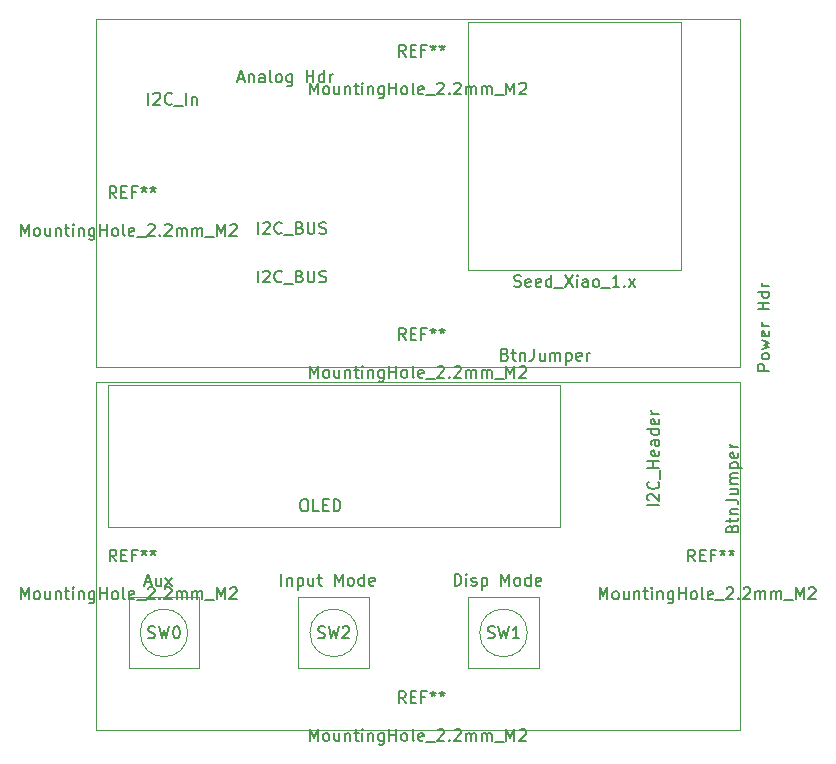
<source format=gbr>
%TF.GenerationSoftware,KiCad,Pcbnew,(5.1.9)-1*%
%TF.CreationDate,2021-03-22T13:16:07-04:00*%
%TF.ProjectId,BitDisplay,42697444-6973-4706-9c61-792e6b696361,rev?*%
%TF.SameCoordinates,Original*%
%TF.FileFunction,Other,Fab,Top*%
%FSLAX46Y46*%
G04 Gerber Fmt 4.6, Leading zero omitted, Abs format (unit mm)*
G04 Created by KiCad (PCBNEW (5.1.9)-1) date 2021-03-22 13:16:07*
%MOMM*%
%LPD*%
G01*
G04 APERTURE LIST*
%TA.AperFunction,Profile*%
%ADD10C,0.100000*%
%TD*%
%ADD11C,0.120000*%
%ADD12C,0.100000*%
%ADD13C,0.150000*%
G04 APERTURE END LIST*
D10*
X100250000Y-110500000D02*
X100250000Y-81000000D01*
X154750000Y-110500000D02*
X100250000Y-110500000D01*
X154750000Y-81000000D02*
X154750000Y-110500000D01*
X100250000Y-81000000D02*
X154750000Y-81000000D01*
X154750000Y-79750000D02*
X154750000Y-50250000D01*
X100250000Y-79750000D02*
X100250000Y-50250000D01*
X100250000Y-79750000D02*
X154750000Y-79750000D01*
X100250000Y-50250000D02*
X154750000Y-50250000D01*
D11*
%TO.C,DS0*%
X101250000Y-81250000D02*
X139500000Y-81250000D01*
X101250000Y-93250000D02*
X101250000Y-81250000D01*
X139500000Y-93250000D02*
X101250000Y-93250000D01*
X139500000Y-81250000D02*
X139500000Y-93250000D01*
%TO.C,A0*%
X131750000Y-71500000D02*
X131750000Y-50500000D01*
X131750000Y-50500000D02*
X149750000Y-50500000D01*
X149750000Y-50500000D02*
X149750000Y-71500000D01*
X149750000Y-71500000D02*
X131750000Y-71500000D01*
D12*
%TO.C,SW0*%
X108015564Y-102250000D02*
G75*
G03*
X108015564Y-102250000I-2015564J0D01*
G01*
X109000000Y-105250000D02*
X106000000Y-105250000D01*
X109000000Y-99250000D02*
X109000000Y-105250000D01*
X103000000Y-99250000D02*
X109000000Y-99250000D01*
X103000000Y-105250000D02*
X103000000Y-99250000D01*
X106000000Y-105250000D02*
X103000000Y-105250000D01*
%TO.C,SW1*%
X134750000Y-105250000D02*
X131750000Y-105250000D01*
X131750000Y-105250000D02*
X131750000Y-99250000D01*
X131750000Y-99250000D02*
X137750000Y-99250000D01*
X137750000Y-99250000D02*
X137750000Y-105250000D01*
X137750000Y-105250000D02*
X134750000Y-105250000D01*
X136765564Y-102250000D02*
G75*
G03*
X136765564Y-102250000I-2015564J0D01*
G01*
%TO.C,SW2*%
X122390564Y-102250000D02*
G75*
G03*
X122390564Y-102250000I-2015564J0D01*
G01*
X123375000Y-105250000D02*
X120375000Y-105250000D01*
X123375000Y-99250000D02*
X123375000Y-105250000D01*
X117375000Y-99250000D02*
X123375000Y-99250000D01*
X117375000Y-105250000D02*
X117375000Y-99250000D01*
X120375000Y-105250000D02*
X117375000Y-105250000D01*
%TD*%
%TO.C,C3*%
D13*
X147932380Y-91452380D02*
X146932380Y-91452380D01*
X147027619Y-91023809D02*
X146980000Y-90976190D01*
X146932380Y-90880952D01*
X146932380Y-90642857D01*
X146980000Y-90547619D01*
X147027619Y-90500000D01*
X147122857Y-90452380D01*
X147218095Y-90452380D01*
X147360952Y-90500000D01*
X147932380Y-91071428D01*
X147932380Y-90452380D01*
X147837142Y-89452380D02*
X147884761Y-89500000D01*
X147932380Y-89642857D01*
X147932380Y-89738095D01*
X147884761Y-89880952D01*
X147789523Y-89976190D01*
X147694285Y-90023809D01*
X147503809Y-90071428D01*
X147360952Y-90071428D01*
X147170476Y-90023809D01*
X147075238Y-89976190D01*
X146980000Y-89880952D01*
X146932380Y-89738095D01*
X146932380Y-89642857D01*
X146980000Y-89500000D01*
X147027619Y-89452380D01*
X148027619Y-89261904D02*
X148027619Y-88500000D01*
X147932380Y-88261904D02*
X146932380Y-88261904D01*
X147408571Y-88261904D02*
X147408571Y-87690476D01*
X147932380Y-87690476D02*
X146932380Y-87690476D01*
X147884761Y-86833333D02*
X147932380Y-86928571D01*
X147932380Y-87119047D01*
X147884761Y-87214285D01*
X147789523Y-87261904D01*
X147408571Y-87261904D01*
X147313333Y-87214285D01*
X147265714Y-87119047D01*
X147265714Y-86928571D01*
X147313333Y-86833333D01*
X147408571Y-86785714D01*
X147503809Y-86785714D01*
X147599047Y-87261904D01*
X147932380Y-85928571D02*
X147408571Y-85928571D01*
X147313333Y-85976190D01*
X147265714Y-86071428D01*
X147265714Y-86261904D01*
X147313333Y-86357142D01*
X147884761Y-85928571D02*
X147932380Y-86023809D01*
X147932380Y-86261904D01*
X147884761Y-86357142D01*
X147789523Y-86404761D01*
X147694285Y-86404761D01*
X147599047Y-86357142D01*
X147551428Y-86261904D01*
X147551428Y-86023809D01*
X147503809Y-85928571D01*
X147932380Y-85023809D02*
X146932380Y-85023809D01*
X147884761Y-85023809D02*
X147932380Y-85119047D01*
X147932380Y-85309523D01*
X147884761Y-85404761D01*
X147837142Y-85452380D01*
X147741904Y-85500000D01*
X147456190Y-85500000D01*
X147360952Y-85452380D01*
X147313333Y-85404761D01*
X147265714Y-85309523D01*
X147265714Y-85119047D01*
X147313333Y-85023809D01*
X147884761Y-84166666D02*
X147932380Y-84261904D01*
X147932380Y-84452380D01*
X147884761Y-84547619D01*
X147789523Y-84595238D01*
X147408571Y-84595238D01*
X147313333Y-84547619D01*
X147265714Y-84452380D01*
X147265714Y-84261904D01*
X147313333Y-84166666D01*
X147408571Y-84119047D01*
X147503809Y-84119047D01*
X147599047Y-84595238D01*
X147932380Y-83690476D02*
X147265714Y-83690476D01*
X147456190Y-83690476D02*
X147360952Y-83642857D01*
X147313333Y-83595238D01*
X147265714Y-83500000D01*
X147265714Y-83404761D01*
%TO.C,REF\u002A\u002A*%
X118380952Y-56652380D02*
X118380952Y-55652380D01*
X118714285Y-56366666D01*
X119047619Y-55652380D01*
X119047619Y-56652380D01*
X119666666Y-56652380D02*
X119571428Y-56604761D01*
X119523809Y-56557142D01*
X119476190Y-56461904D01*
X119476190Y-56176190D01*
X119523809Y-56080952D01*
X119571428Y-56033333D01*
X119666666Y-55985714D01*
X119809523Y-55985714D01*
X119904761Y-56033333D01*
X119952380Y-56080952D01*
X119999999Y-56176190D01*
X119999999Y-56461904D01*
X119952380Y-56557142D01*
X119904761Y-56604761D01*
X119809523Y-56652380D01*
X119666666Y-56652380D01*
X120857142Y-55985714D02*
X120857142Y-56652380D01*
X120428571Y-55985714D02*
X120428571Y-56509523D01*
X120476190Y-56604761D01*
X120571428Y-56652380D01*
X120714285Y-56652380D01*
X120809523Y-56604761D01*
X120857142Y-56557142D01*
X121333333Y-55985714D02*
X121333333Y-56652380D01*
X121333333Y-56080952D02*
X121380952Y-56033333D01*
X121476190Y-55985714D01*
X121619047Y-55985714D01*
X121714285Y-56033333D01*
X121761904Y-56128571D01*
X121761904Y-56652380D01*
X122095238Y-55985714D02*
X122476190Y-55985714D01*
X122238095Y-55652380D02*
X122238095Y-56509523D01*
X122285714Y-56604761D01*
X122380952Y-56652380D01*
X122476190Y-56652380D01*
X122809523Y-56652380D02*
X122809523Y-55985714D01*
X122809523Y-55652380D02*
X122761904Y-55700000D01*
X122809523Y-55747619D01*
X122857142Y-55700000D01*
X122809523Y-55652380D01*
X122809523Y-55747619D01*
X123285714Y-55985714D02*
X123285714Y-56652380D01*
X123285714Y-56080952D02*
X123333333Y-56033333D01*
X123428571Y-55985714D01*
X123571428Y-55985714D01*
X123666666Y-56033333D01*
X123714285Y-56128571D01*
X123714285Y-56652380D01*
X124619047Y-55985714D02*
X124619047Y-56795238D01*
X124571428Y-56890476D01*
X124523809Y-56938095D01*
X124428571Y-56985714D01*
X124285714Y-56985714D01*
X124190476Y-56938095D01*
X124619047Y-56604761D02*
X124523809Y-56652380D01*
X124333333Y-56652380D01*
X124238095Y-56604761D01*
X124190476Y-56557142D01*
X124142857Y-56461904D01*
X124142857Y-56176190D01*
X124190476Y-56080952D01*
X124238095Y-56033333D01*
X124333333Y-55985714D01*
X124523809Y-55985714D01*
X124619047Y-56033333D01*
X125095238Y-56652380D02*
X125095238Y-55652380D01*
X125095238Y-56128571D02*
X125666666Y-56128571D01*
X125666666Y-56652380D02*
X125666666Y-55652380D01*
X126285714Y-56652380D02*
X126190476Y-56604761D01*
X126142857Y-56557142D01*
X126095238Y-56461904D01*
X126095238Y-56176190D01*
X126142857Y-56080952D01*
X126190476Y-56033333D01*
X126285714Y-55985714D01*
X126428571Y-55985714D01*
X126523809Y-56033333D01*
X126571428Y-56080952D01*
X126619047Y-56176190D01*
X126619047Y-56461904D01*
X126571428Y-56557142D01*
X126523809Y-56604761D01*
X126428571Y-56652380D01*
X126285714Y-56652380D01*
X127190476Y-56652380D02*
X127095238Y-56604761D01*
X127047619Y-56509523D01*
X127047619Y-55652380D01*
X127952380Y-56604761D02*
X127857142Y-56652380D01*
X127666666Y-56652380D01*
X127571428Y-56604761D01*
X127523809Y-56509523D01*
X127523809Y-56128571D01*
X127571428Y-56033333D01*
X127666666Y-55985714D01*
X127857142Y-55985714D01*
X127952380Y-56033333D01*
X127999999Y-56128571D01*
X127999999Y-56223809D01*
X127523809Y-56319047D01*
X128190476Y-56747619D02*
X128952380Y-56747619D01*
X129142857Y-55747619D02*
X129190476Y-55700000D01*
X129285714Y-55652380D01*
X129523809Y-55652380D01*
X129619047Y-55700000D01*
X129666666Y-55747619D01*
X129714285Y-55842857D01*
X129714285Y-55938095D01*
X129666666Y-56080952D01*
X129095238Y-56652380D01*
X129714285Y-56652380D01*
X130142857Y-56557142D02*
X130190476Y-56604761D01*
X130142857Y-56652380D01*
X130095238Y-56604761D01*
X130142857Y-56557142D01*
X130142857Y-56652380D01*
X130571428Y-55747619D02*
X130619047Y-55700000D01*
X130714285Y-55652380D01*
X130952380Y-55652380D01*
X131047619Y-55700000D01*
X131095238Y-55747619D01*
X131142857Y-55842857D01*
X131142857Y-55938095D01*
X131095238Y-56080952D01*
X130523809Y-56652380D01*
X131142857Y-56652380D01*
X131571428Y-56652380D02*
X131571428Y-55985714D01*
X131571428Y-56080952D02*
X131619047Y-56033333D01*
X131714285Y-55985714D01*
X131857142Y-55985714D01*
X131952380Y-56033333D01*
X131999999Y-56128571D01*
X131999999Y-56652380D01*
X131999999Y-56128571D02*
X132047619Y-56033333D01*
X132142857Y-55985714D01*
X132285714Y-55985714D01*
X132380952Y-56033333D01*
X132428571Y-56128571D01*
X132428571Y-56652380D01*
X132904761Y-56652380D02*
X132904761Y-55985714D01*
X132904761Y-56080952D02*
X132952380Y-56033333D01*
X133047619Y-55985714D01*
X133190476Y-55985714D01*
X133285714Y-56033333D01*
X133333333Y-56128571D01*
X133333333Y-56652380D01*
X133333333Y-56128571D02*
X133380952Y-56033333D01*
X133476190Y-55985714D01*
X133619047Y-55985714D01*
X133714285Y-56033333D01*
X133761904Y-56128571D01*
X133761904Y-56652380D01*
X133999999Y-56747619D02*
X134761904Y-56747619D01*
X135000000Y-56652380D02*
X135000000Y-55652380D01*
X135333333Y-56366666D01*
X135666666Y-55652380D01*
X135666666Y-56652380D01*
X136095238Y-55747619D02*
X136142857Y-55700000D01*
X136238095Y-55652380D01*
X136476190Y-55652380D01*
X136571428Y-55700000D01*
X136619047Y-55747619D01*
X136666666Y-55842857D01*
X136666666Y-55938095D01*
X136619047Y-56080952D01*
X136047619Y-56652380D01*
X136666666Y-56652380D01*
X126466666Y-53452380D02*
X126133333Y-52976190D01*
X125895238Y-53452380D02*
X125895238Y-52452380D01*
X126276190Y-52452380D01*
X126371428Y-52500000D01*
X126419047Y-52547619D01*
X126466666Y-52642857D01*
X126466666Y-52785714D01*
X126419047Y-52880952D01*
X126371428Y-52928571D01*
X126276190Y-52976190D01*
X125895238Y-52976190D01*
X126895238Y-52928571D02*
X127228571Y-52928571D01*
X127371428Y-53452380D02*
X126895238Y-53452380D01*
X126895238Y-52452380D01*
X127371428Y-52452380D01*
X128133333Y-52928571D02*
X127800000Y-52928571D01*
X127800000Y-53452380D02*
X127800000Y-52452380D01*
X128276190Y-52452380D01*
X128800000Y-52452380D02*
X128800000Y-52690476D01*
X128561904Y-52595238D02*
X128800000Y-52690476D01*
X129038095Y-52595238D01*
X128657142Y-52880952D02*
X128800000Y-52690476D01*
X128942857Y-52880952D01*
X129561904Y-52452380D02*
X129561904Y-52690476D01*
X129323809Y-52595238D02*
X129561904Y-52690476D01*
X129800000Y-52595238D01*
X129419047Y-52880952D02*
X129561904Y-52690476D01*
X129704761Y-52880952D01*
X93880952Y-99402380D02*
X93880952Y-98402380D01*
X94214285Y-99116666D01*
X94547619Y-98402380D01*
X94547619Y-99402380D01*
X95166666Y-99402380D02*
X95071428Y-99354761D01*
X95023809Y-99307142D01*
X94976190Y-99211904D01*
X94976190Y-98926190D01*
X95023809Y-98830952D01*
X95071428Y-98783333D01*
X95166666Y-98735714D01*
X95309523Y-98735714D01*
X95404761Y-98783333D01*
X95452380Y-98830952D01*
X95499999Y-98926190D01*
X95499999Y-99211904D01*
X95452380Y-99307142D01*
X95404761Y-99354761D01*
X95309523Y-99402380D01*
X95166666Y-99402380D01*
X96357142Y-98735714D02*
X96357142Y-99402380D01*
X95928571Y-98735714D02*
X95928571Y-99259523D01*
X95976190Y-99354761D01*
X96071428Y-99402380D01*
X96214285Y-99402380D01*
X96309523Y-99354761D01*
X96357142Y-99307142D01*
X96833333Y-98735714D02*
X96833333Y-99402380D01*
X96833333Y-98830952D02*
X96880952Y-98783333D01*
X96976190Y-98735714D01*
X97119047Y-98735714D01*
X97214285Y-98783333D01*
X97261904Y-98878571D01*
X97261904Y-99402380D01*
X97595238Y-98735714D02*
X97976190Y-98735714D01*
X97738095Y-98402380D02*
X97738095Y-99259523D01*
X97785714Y-99354761D01*
X97880952Y-99402380D01*
X97976190Y-99402380D01*
X98309523Y-99402380D02*
X98309523Y-98735714D01*
X98309523Y-98402380D02*
X98261904Y-98450000D01*
X98309523Y-98497619D01*
X98357142Y-98450000D01*
X98309523Y-98402380D01*
X98309523Y-98497619D01*
X98785714Y-98735714D02*
X98785714Y-99402380D01*
X98785714Y-98830952D02*
X98833333Y-98783333D01*
X98928571Y-98735714D01*
X99071428Y-98735714D01*
X99166666Y-98783333D01*
X99214285Y-98878571D01*
X99214285Y-99402380D01*
X100119047Y-98735714D02*
X100119047Y-99545238D01*
X100071428Y-99640476D01*
X100023809Y-99688095D01*
X99928571Y-99735714D01*
X99785714Y-99735714D01*
X99690476Y-99688095D01*
X100119047Y-99354761D02*
X100023809Y-99402380D01*
X99833333Y-99402380D01*
X99738095Y-99354761D01*
X99690476Y-99307142D01*
X99642857Y-99211904D01*
X99642857Y-98926190D01*
X99690476Y-98830952D01*
X99738095Y-98783333D01*
X99833333Y-98735714D01*
X100023809Y-98735714D01*
X100119047Y-98783333D01*
X100595238Y-99402380D02*
X100595238Y-98402380D01*
X100595238Y-98878571D02*
X101166666Y-98878571D01*
X101166666Y-99402380D02*
X101166666Y-98402380D01*
X101785714Y-99402380D02*
X101690476Y-99354761D01*
X101642857Y-99307142D01*
X101595238Y-99211904D01*
X101595238Y-98926190D01*
X101642857Y-98830952D01*
X101690476Y-98783333D01*
X101785714Y-98735714D01*
X101928571Y-98735714D01*
X102023809Y-98783333D01*
X102071428Y-98830952D01*
X102119047Y-98926190D01*
X102119047Y-99211904D01*
X102071428Y-99307142D01*
X102023809Y-99354761D01*
X101928571Y-99402380D01*
X101785714Y-99402380D01*
X102690476Y-99402380D02*
X102595238Y-99354761D01*
X102547619Y-99259523D01*
X102547619Y-98402380D01*
X103452380Y-99354761D02*
X103357142Y-99402380D01*
X103166666Y-99402380D01*
X103071428Y-99354761D01*
X103023809Y-99259523D01*
X103023809Y-98878571D01*
X103071428Y-98783333D01*
X103166666Y-98735714D01*
X103357142Y-98735714D01*
X103452380Y-98783333D01*
X103499999Y-98878571D01*
X103499999Y-98973809D01*
X103023809Y-99069047D01*
X103690476Y-99497619D02*
X104452380Y-99497619D01*
X104642857Y-98497619D02*
X104690476Y-98450000D01*
X104785714Y-98402380D01*
X105023809Y-98402380D01*
X105119047Y-98450000D01*
X105166666Y-98497619D01*
X105214285Y-98592857D01*
X105214285Y-98688095D01*
X105166666Y-98830952D01*
X104595238Y-99402380D01*
X105214285Y-99402380D01*
X105642857Y-99307142D02*
X105690476Y-99354761D01*
X105642857Y-99402380D01*
X105595238Y-99354761D01*
X105642857Y-99307142D01*
X105642857Y-99402380D01*
X106071428Y-98497619D02*
X106119047Y-98450000D01*
X106214285Y-98402380D01*
X106452380Y-98402380D01*
X106547619Y-98450000D01*
X106595238Y-98497619D01*
X106642857Y-98592857D01*
X106642857Y-98688095D01*
X106595238Y-98830952D01*
X106023809Y-99402380D01*
X106642857Y-99402380D01*
X107071428Y-99402380D02*
X107071428Y-98735714D01*
X107071428Y-98830952D02*
X107119047Y-98783333D01*
X107214285Y-98735714D01*
X107357142Y-98735714D01*
X107452380Y-98783333D01*
X107499999Y-98878571D01*
X107499999Y-99402380D01*
X107499999Y-98878571D02*
X107547619Y-98783333D01*
X107642857Y-98735714D01*
X107785714Y-98735714D01*
X107880952Y-98783333D01*
X107928571Y-98878571D01*
X107928571Y-99402380D01*
X108404761Y-99402380D02*
X108404761Y-98735714D01*
X108404761Y-98830952D02*
X108452380Y-98783333D01*
X108547619Y-98735714D01*
X108690476Y-98735714D01*
X108785714Y-98783333D01*
X108833333Y-98878571D01*
X108833333Y-99402380D01*
X108833333Y-98878571D02*
X108880952Y-98783333D01*
X108976190Y-98735714D01*
X109119047Y-98735714D01*
X109214285Y-98783333D01*
X109261904Y-98878571D01*
X109261904Y-99402380D01*
X109499999Y-99497619D02*
X110261904Y-99497619D01*
X110499999Y-99402380D02*
X110499999Y-98402380D01*
X110833333Y-99116666D01*
X111166666Y-98402380D01*
X111166666Y-99402380D01*
X111595238Y-98497619D02*
X111642857Y-98450000D01*
X111738095Y-98402380D01*
X111976190Y-98402380D01*
X112071428Y-98450000D01*
X112119047Y-98497619D01*
X112166666Y-98592857D01*
X112166666Y-98688095D01*
X112119047Y-98830952D01*
X111547619Y-99402380D01*
X112166666Y-99402380D01*
X101966666Y-96202380D02*
X101633333Y-95726190D01*
X101395238Y-96202380D02*
X101395238Y-95202380D01*
X101776190Y-95202380D01*
X101871428Y-95250000D01*
X101919047Y-95297619D01*
X101966666Y-95392857D01*
X101966666Y-95535714D01*
X101919047Y-95630952D01*
X101871428Y-95678571D01*
X101776190Y-95726190D01*
X101395238Y-95726190D01*
X102395238Y-95678571D02*
X102728571Y-95678571D01*
X102871428Y-96202380D02*
X102395238Y-96202380D01*
X102395238Y-95202380D01*
X102871428Y-95202380D01*
X103633333Y-95678571D02*
X103300000Y-95678571D01*
X103300000Y-96202380D02*
X103300000Y-95202380D01*
X103776190Y-95202380D01*
X104300000Y-95202380D02*
X104300000Y-95440476D01*
X104061904Y-95345238D02*
X104300000Y-95440476D01*
X104538095Y-95345238D01*
X104157142Y-95630952D02*
X104300000Y-95440476D01*
X104442857Y-95630952D01*
X105061904Y-95202380D02*
X105061904Y-95440476D01*
X104823809Y-95345238D02*
X105061904Y-95440476D01*
X105300000Y-95345238D01*
X104919047Y-95630952D02*
X105061904Y-95440476D01*
X105204761Y-95630952D01*
X118380952Y-111402380D02*
X118380952Y-110402380D01*
X118714285Y-111116666D01*
X119047619Y-110402380D01*
X119047619Y-111402380D01*
X119666666Y-111402380D02*
X119571428Y-111354761D01*
X119523809Y-111307142D01*
X119476190Y-111211904D01*
X119476190Y-110926190D01*
X119523809Y-110830952D01*
X119571428Y-110783333D01*
X119666666Y-110735714D01*
X119809523Y-110735714D01*
X119904761Y-110783333D01*
X119952380Y-110830952D01*
X119999999Y-110926190D01*
X119999999Y-111211904D01*
X119952380Y-111307142D01*
X119904761Y-111354761D01*
X119809523Y-111402380D01*
X119666666Y-111402380D01*
X120857142Y-110735714D02*
X120857142Y-111402380D01*
X120428571Y-110735714D02*
X120428571Y-111259523D01*
X120476190Y-111354761D01*
X120571428Y-111402380D01*
X120714285Y-111402380D01*
X120809523Y-111354761D01*
X120857142Y-111307142D01*
X121333333Y-110735714D02*
X121333333Y-111402380D01*
X121333333Y-110830952D02*
X121380952Y-110783333D01*
X121476190Y-110735714D01*
X121619047Y-110735714D01*
X121714285Y-110783333D01*
X121761904Y-110878571D01*
X121761904Y-111402380D01*
X122095238Y-110735714D02*
X122476190Y-110735714D01*
X122238095Y-110402380D02*
X122238095Y-111259523D01*
X122285714Y-111354761D01*
X122380952Y-111402380D01*
X122476190Y-111402380D01*
X122809523Y-111402380D02*
X122809523Y-110735714D01*
X122809523Y-110402380D02*
X122761904Y-110450000D01*
X122809523Y-110497619D01*
X122857142Y-110450000D01*
X122809523Y-110402380D01*
X122809523Y-110497619D01*
X123285714Y-110735714D02*
X123285714Y-111402380D01*
X123285714Y-110830952D02*
X123333333Y-110783333D01*
X123428571Y-110735714D01*
X123571428Y-110735714D01*
X123666666Y-110783333D01*
X123714285Y-110878571D01*
X123714285Y-111402380D01*
X124619047Y-110735714D02*
X124619047Y-111545238D01*
X124571428Y-111640476D01*
X124523809Y-111688095D01*
X124428571Y-111735714D01*
X124285714Y-111735714D01*
X124190476Y-111688095D01*
X124619047Y-111354761D02*
X124523809Y-111402380D01*
X124333333Y-111402380D01*
X124238095Y-111354761D01*
X124190476Y-111307142D01*
X124142857Y-111211904D01*
X124142857Y-110926190D01*
X124190476Y-110830952D01*
X124238095Y-110783333D01*
X124333333Y-110735714D01*
X124523809Y-110735714D01*
X124619047Y-110783333D01*
X125095238Y-111402380D02*
X125095238Y-110402380D01*
X125095238Y-110878571D02*
X125666666Y-110878571D01*
X125666666Y-111402380D02*
X125666666Y-110402380D01*
X126285714Y-111402380D02*
X126190476Y-111354761D01*
X126142857Y-111307142D01*
X126095238Y-111211904D01*
X126095238Y-110926190D01*
X126142857Y-110830952D01*
X126190476Y-110783333D01*
X126285714Y-110735714D01*
X126428571Y-110735714D01*
X126523809Y-110783333D01*
X126571428Y-110830952D01*
X126619047Y-110926190D01*
X126619047Y-111211904D01*
X126571428Y-111307142D01*
X126523809Y-111354761D01*
X126428571Y-111402380D01*
X126285714Y-111402380D01*
X127190476Y-111402380D02*
X127095238Y-111354761D01*
X127047619Y-111259523D01*
X127047619Y-110402380D01*
X127952380Y-111354761D02*
X127857142Y-111402380D01*
X127666666Y-111402380D01*
X127571428Y-111354761D01*
X127523809Y-111259523D01*
X127523809Y-110878571D01*
X127571428Y-110783333D01*
X127666666Y-110735714D01*
X127857142Y-110735714D01*
X127952380Y-110783333D01*
X127999999Y-110878571D01*
X127999999Y-110973809D01*
X127523809Y-111069047D01*
X128190476Y-111497619D02*
X128952380Y-111497619D01*
X129142857Y-110497619D02*
X129190476Y-110450000D01*
X129285714Y-110402380D01*
X129523809Y-110402380D01*
X129619047Y-110450000D01*
X129666666Y-110497619D01*
X129714285Y-110592857D01*
X129714285Y-110688095D01*
X129666666Y-110830952D01*
X129095238Y-111402380D01*
X129714285Y-111402380D01*
X130142857Y-111307142D02*
X130190476Y-111354761D01*
X130142857Y-111402380D01*
X130095238Y-111354761D01*
X130142857Y-111307142D01*
X130142857Y-111402380D01*
X130571428Y-110497619D02*
X130619047Y-110450000D01*
X130714285Y-110402380D01*
X130952380Y-110402380D01*
X131047619Y-110450000D01*
X131095238Y-110497619D01*
X131142857Y-110592857D01*
X131142857Y-110688095D01*
X131095238Y-110830952D01*
X130523809Y-111402380D01*
X131142857Y-111402380D01*
X131571428Y-111402380D02*
X131571428Y-110735714D01*
X131571428Y-110830952D02*
X131619047Y-110783333D01*
X131714285Y-110735714D01*
X131857142Y-110735714D01*
X131952380Y-110783333D01*
X131999999Y-110878571D01*
X131999999Y-111402380D01*
X131999999Y-110878571D02*
X132047619Y-110783333D01*
X132142857Y-110735714D01*
X132285714Y-110735714D01*
X132380952Y-110783333D01*
X132428571Y-110878571D01*
X132428571Y-111402380D01*
X132904761Y-111402380D02*
X132904761Y-110735714D01*
X132904761Y-110830952D02*
X132952380Y-110783333D01*
X133047619Y-110735714D01*
X133190476Y-110735714D01*
X133285714Y-110783333D01*
X133333333Y-110878571D01*
X133333333Y-111402380D01*
X133333333Y-110878571D02*
X133380952Y-110783333D01*
X133476190Y-110735714D01*
X133619047Y-110735714D01*
X133714285Y-110783333D01*
X133761904Y-110878571D01*
X133761904Y-111402380D01*
X133999999Y-111497619D02*
X134761904Y-111497619D01*
X135000000Y-111402380D02*
X135000000Y-110402380D01*
X135333333Y-111116666D01*
X135666666Y-110402380D01*
X135666666Y-111402380D01*
X136095238Y-110497619D02*
X136142857Y-110450000D01*
X136238095Y-110402380D01*
X136476190Y-110402380D01*
X136571428Y-110450000D01*
X136619047Y-110497619D01*
X136666666Y-110592857D01*
X136666666Y-110688095D01*
X136619047Y-110830952D01*
X136047619Y-111402380D01*
X136666666Y-111402380D01*
X126466666Y-108202380D02*
X126133333Y-107726190D01*
X125895238Y-108202380D02*
X125895238Y-107202380D01*
X126276190Y-107202380D01*
X126371428Y-107250000D01*
X126419047Y-107297619D01*
X126466666Y-107392857D01*
X126466666Y-107535714D01*
X126419047Y-107630952D01*
X126371428Y-107678571D01*
X126276190Y-107726190D01*
X125895238Y-107726190D01*
X126895238Y-107678571D02*
X127228571Y-107678571D01*
X127371428Y-108202380D02*
X126895238Y-108202380D01*
X126895238Y-107202380D01*
X127371428Y-107202380D01*
X128133333Y-107678571D02*
X127800000Y-107678571D01*
X127800000Y-108202380D02*
X127800000Y-107202380D01*
X128276190Y-107202380D01*
X128800000Y-107202380D02*
X128800000Y-107440476D01*
X128561904Y-107345238D02*
X128800000Y-107440476D01*
X129038095Y-107345238D01*
X128657142Y-107630952D02*
X128800000Y-107440476D01*
X128942857Y-107630952D01*
X129561904Y-107202380D02*
X129561904Y-107440476D01*
X129323809Y-107345238D02*
X129561904Y-107440476D01*
X129800000Y-107345238D01*
X129419047Y-107630952D02*
X129561904Y-107440476D01*
X129704761Y-107630952D01*
X142880952Y-99402380D02*
X142880952Y-98402380D01*
X143214285Y-99116666D01*
X143547619Y-98402380D01*
X143547619Y-99402380D01*
X144166666Y-99402380D02*
X144071428Y-99354761D01*
X144023809Y-99307142D01*
X143976190Y-99211904D01*
X143976190Y-98926190D01*
X144023809Y-98830952D01*
X144071428Y-98783333D01*
X144166666Y-98735714D01*
X144309523Y-98735714D01*
X144404761Y-98783333D01*
X144452380Y-98830952D01*
X144500000Y-98926190D01*
X144500000Y-99211904D01*
X144452380Y-99307142D01*
X144404761Y-99354761D01*
X144309523Y-99402380D01*
X144166666Y-99402380D01*
X145357142Y-98735714D02*
X145357142Y-99402380D01*
X144928571Y-98735714D02*
X144928571Y-99259523D01*
X144976190Y-99354761D01*
X145071428Y-99402380D01*
X145214285Y-99402380D01*
X145309523Y-99354761D01*
X145357142Y-99307142D01*
X145833333Y-98735714D02*
X145833333Y-99402380D01*
X145833333Y-98830952D02*
X145880952Y-98783333D01*
X145976190Y-98735714D01*
X146119047Y-98735714D01*
X146214285Y-98783333D01*
X146261904Y-98878571D01*
X146261904Y-99402380D01*
X146595238Y-98735714D02*
X146976190Y-98735714D01*
X146738095Y-98402380D02*
X146738095Y-99259523D01*
X146785714Y-99354761D01*
X146880952Y-99402380D01*
X146976190Y-99402380D01*
X147309523Y-99402380D02*
X147309523Y-98735714D01*
X147309523Y-98402380D02*
X147261904Y-98450000D01*
X147309523Y-98497619D01*
X147357142Y-98450000D01*
X147309523Y-98402380D01*
X147309523Y-98497619D01*
X147785714Y-98735714D02*
X147785714Y-99402380D01*
X147785714Y-98830952D02*
X147833333Y-98783333D01*
X147928571Y-98735714D01*
X148071428Y-98735714D01*
X148166666Y-98783333D01*
X148214285Y-98878571D01*
X148214285Y-99402380D01*
X149119047Y-98735714D02*
X149119047Y-99545238D01*
X149071428Y-99640476D01*
X149023809Y-99688095D01*
X148928571Y-99735714D01*
X148785714Y-99735714D01*
X148690476Y-99688095D01*
X149119047Y-99354761D02*
X149023809Y-99402380D01*
X148833333Y-99402380D01*
X148738095Y-99354761D01*
X148690476Y-99307142D01*
X148642857Y-99211904D01*
X148642857Y-98926190D01*
X148690476Y-98830952D01*
X148738095Y-98783333D01*
X148833333Y-98735714D01*
X149023809Y-98735714D01*
X149119047Y-98783333D01*
X149595238Y-99402380D02*
X149595238Y-98402380D01*
X149595238Y-98878571D02*
X150166666Y-98878571D01*
X150166666Y-99402380D02*
X150166666Y-98402380D01*
X150785714Y-99402380D02*
X150690476Y-99354761D01*
X150642857Y-99307142D01*
X150595238Y-99211904D01*
X150595238Y-98926190D01*
X150642857Y-98830952D01*
X150690476Y-98783333D01*
X150785714Y-98735714D01*
X150928571Y-98735714D01*
X151023809Y-98783333D01*
X151071428Y-98830952D01*
X151119047Y-98926190D01*
X151119047Y-99211904D01*
X151071428Y-99307142D01*
X151023809Y-99354761D01*
X150928571Y-99402380D01*
X150785714Y-99402380D01*
X151690476Y-99402380D02*
X151595238Y-99354761D01*
X151547619Y-99259523D01*
X151547619Y-98402380D01*
X152452380Y-99354761D02*
X152357142Y-99402380D01*
X152166666Y-99402380D01*
X152071428Y-99354761D01*
X152023809Y-99259523D01*
X152023809Y-98878571D01*
X152071428Y-98783333D01*
X152166666Y-98735714D01*
X152357142Y-98735714D01*
X152452380Y-98783333D01*
X152500000Y-98878571D01*
X152500000Y-98973809D01*
X152023809Y-99069047D01*
X152690476Y-99497619D02*
X153452380Y-99497619D01*
X153642857Y-98497619D02*
X153690476Y-98450000D01*
X153785714Y-98402380D01*
X154023809Y-98402380D01*
X154119047Y-98450000D01*
X154166666Y-98497619D01*
X154214285Y-98592857D01*
X154214285Y-98688095D01*
X154166666Y-98830952D01*
X153595238Y-99402380D01*
X154214285Y-99402380D01*
X154642857Y-99307142D02*
X154690476Y-99354761D01*
X154642857Y-99402380D01*
X154595238Y-99354761D01*
X154642857Y-99307142D01*
X154642857Y-99402380D01*
X155071428Y-98497619D02*
X155119047Y-98450000D01*
X155214285Y-98402380D01*
X155452380Y-98402380D01*
X155547619Y-98450000D01*
X155595238Y-98497619D01*
X155642857Y-98592857D01*
X155642857Y-98688095D01*
X155595238Y-98830952D01*
X155023809Y-99402380D01*
X155642857Y-99402380D01*
X156071428Y-99402380D02*
X156071428Y-98735714D01*
X156071428Y-98830952D02*
X156119047Y-98783333D01*
X156214285Y-98735714D01*
X156357142Y-98735714D01*
X156452380Y-98783333D01*
X156500000Y-98878571D01*
X156500000Y-99402380D01*
X156500000Y-98878571D02*
X156547619Y-98783333D01*
X156642857Y-98735714D01*
X156785714Y-98735714D01*
X156880952Y-98783333D01*
X156928571Y-98878571D01*
X156928571Y-99402380D01*
X157404761Y-99402380D02*
X157404761Y-98735714D01*
X157404761Y-98830952D02*
X157452380Y-98783333D01*
X157547619Y-98735714D01*
X157690476Y-98735714D01*
X157785714Y-98783333D01*
X157833333Y-98878571D01*
X157833333Y-99402380D01*
X157833333Y-98878571D02*
X157880952Y-98783333D01*
X157976190Y-98735714D01*
X158119047Y-98735714D01*
X158214285Y-98783333D01*
X158261904Y-98878571D01*
X158261904Y-99402380D01*
X158500000Y-99497619D02*
X159261904Y-99497619D01*
X159500000Y-99402380D02*
X159500000Y-98402380D01*
X159833333Y-99116666D01*
X160166666Y-98402380D01*
X160166666Y-99402380D01*
X160595238Y-98497619D02*
X160642857Y-98450000D01*
X160738095Y-98402380D01*
X160976190Y-98402380D01*
X161071428Y-98450000D01*
X161119047Y-98497619D01*
X161166666Y-98592857D01*
X161166666Y-98688095D01*
X161119047Y-98830952D01*
X160547619Y-99402380D01*
X161166666Y-99402380D01*
X150966666Y-96202380D02*
X150633333Y-95726190D01*
X150395238Y-96202380D02*
X150395238Y-95202380D01*
X150776190Y-95202380D01*
X150871428Y-95250000D01*
X150919047Y-95297619D01*
X150966666Y-95392857D01*
X150966666Y-95535714D01*
X150919047Y-95630952D01*
X150871428Y-95678571D01*
X150776190Y-95726190D01*
X150395238Y-95726190D01*
X151395238Y-95678571D02*
X151728571Y-95678571D01*
X151871428Y-96202380D02*
X151395238Y-96202380D01*
X151395238Y-95202380D01*
X151871428Y-95202380D01*
X152633333Y-95678571D02*
X152300000Y-95678571D01*
X152300000Y-96202380D02*
X152300000Y-95202380D01*
X152776190Y-95202380D01*
X153300000Y-95202380D02*
X153300000Y-95440476D01*
X153061904Y-95345238D02*
X153300000Y-95440476D01*
X153538095Y-95345238D01*
X153157142Y-95630952D02*
X153300000Y-95440476D01*
X153442857Y-95630952D01*
X154061904Y-95202380D02*
X154061904Y-95440476D01*
X153823809Y-95345238D02*
X154061904Y-95440476D01*
X154300000Y-95345238D01*
X153919047Y-95630952D02*
X154061904Y-95440476D01*
X154204761Y-95630952D01*
X118380952Y-80652380D02*
X118380952Y-79652380D01*
X118714285Y-80366666D01*
X119047619Y-79652380D01*
X119047619Y-80652380D01*
X119666666Y-80652380D02*
X119571428Y-80604761D01*
X119523809Y-80557142D01*
X119476190Y-80461904D01*
X119476190Y-80176190D01*
X119523809Y-80080952D01*
X119571428Y-80033333D01*
X119666666Y-79985714D01*
X119809523Y-79985714D01*
X119904761Y-80033333D01*
X119952380Y-80080952D01*
X119999999Y-80176190D01*
X119999999Y-80461904D01*
X119952380Y-80557142D01*
X119904761Y-80604761D01*
X119809523Y-80652380D01*
X119666666Y-80652380D01*
X120857142Y-79985714D02*
X120857142Y-80652380D01*
X120428571Y-79985714D02*
X120428571Y-80509523D01*
X120476190Y-80604761D01*
X120571428Y-80652380D01*
X120714285Y-80652380D01*
X120809523Y-80604761D01*
X120857142Y-80557142D01*
X121333333Y-79985714D02*
X121333333Y-80652380D01*
X121333333Y-80080952D02*
X121380952Y-80033333D01*
X121476190Y-79985714D01*
X121619047Y-79985714D01*
X121714285Y-80033333D01*
X121761904Y-80128571D01*
X121761904Y-80652380D01*
X122095238Y-79985714D02*
X122476190Y-79985714D01*
X122238095Y-79652380D02*
X122238095Y-80509523D01*
X122285714Y-80604761D01*
X122380952Y-80652380D01*
X122476190Y-80652380D01*
X122809523Y-80652380D02*
X122809523Y-79985714D01*
X122809523Y-79652380D02*
X122761904Y-79700000D01*
X122809523Y-79747619D01*
X122857142Y-79700000D01*
X122809523Y-79652380D01*
X122809523Y-79747619D01*
X123285714Y-79985714D02*
X123285714Y-80652380D01*
X123285714Y-80080952D02*
X123333333Y-80033333D01*
X123428571Y-79985714D01*
X123571428Y-79985714D01*
X123666666Y-80033333D01*
X123714285Y-80128571D01*
X123714285Y-80652380D01*
X124619047Y-79985714D02*
X124619047Y-80795238D01*
X124571428Y-80890476D01*
X124523809Y-80938095D01*
X124428571Y-80985714D01*
X124285714Y-80985714D01*
X124190476Y-80938095D01*
X124619047Y-80604761D02*
X124523809Y-80652380D01*
X124333333Y-80652380D01*
X124238095Y-80604761D01*
X124190476Y-80557142D01*
X124142857Y-80461904D01*
X124142857Y-80176190D01*
X124190476Y-80080952D01*
X124238095Y-80033333D01*
X124333333Y-79985714D01*
X124523809Y-79985714D01*
X124619047Y-80033333D01*
X125095238Y-80652380D02*
X125095238Y-79652380D01*
X125095238Y-80128571D02*
X125666666Y-80128571D01*
X125666666Y-80652380D02*
X125666666Y-79652380D01*
X126285714Y-80652380D02*
X126190476Y-80604761D01*
X126142857Y-80557142D01*
X126095238Y-80461904D01*
X126095238Y-80176190D01*
X126142857Y-80080952D01*
X126190476Y-80033333D01*
X126285714Y-79985714D01*
X126428571Y-79985714D01*
X126523809Y-80033333D01*
X126571428Y-80080952D01*
X126619047Y-80176190D01*
X126619047Y-80461904D01*
X126571428Y-80557142D01*
X126523809Y-80604761D01*
X126428571Y-80652380D01*
X126285714Y-80652380D01*
X127190476Y-80652380D02*
X127095238Y-80604761D01*
X127047619Y-80509523D01*
X127047619Y-79652380D01*
X127952380Y-80604761D02*
X127857142Y-80652380D01*
X127666666Y-80652380D01*
X127571428Y-80604761D01*
X127523809Y-80509523D01*
X127523809Y-80128571D01*
X127571428Y-80033333D01*
X127666666Y-79985714D01*
X127857142Y-79985714D01*
X127952380Y-80033333D01*
X127999999Y-80128571D01*
X127999999Y-80223809D01*
X127523809Y-80319047D01*
X128190476Y-80747619D02*
X128952380Y-80747619D01*
X129142857Y-79747619D02*
X129190476Y-79700000D01*
X129285714Y-79652380D01*
X129523809Y-79652380D01*
X129619047Y-79700000D01*
X129666666Y-79747619D01*
X129714285Y-79842857D01*
X129714285Y-79938095D01*
X129666666Y-80080952D01*
X129095238Y-80652380D01*
X129714285Y-80652380D01*
X130142857Y-80557142D02*
X130190476Y-80604761D01*
X130142857Y-80652380D01*
X130095238Y-80604761D01*
X130142857Y-80557142D01*
X130142857Y-80652380D01*
X130571428Y-79747619D02*
X130619047Y-79700000D01*
X130714285Y-79652380D01*
X130952380Y-79652380D01*
X131047619Y-79700000D01*
X131095238Y-79747619D01*
X131142857Y-79842857D01*
X131142857Y-79938095D01*
X131095238Y-80080952D01*
X130523809Y-80652380D01*
X131142857Y-80652380D01*
X131571428Y-80652380D02*
X131571428Y-79985714D01*
X131571428Y-80080952D02*
X131619047Y-80033333D01*
X131714285Y-79985714D01*
X131857142Y-79985714D01*
X131952380Y-80033333D01*
X131999999Y-80128571D01*
X131999999Y-80652380D01*
X131999999Y-80128571D02*
X132047619Y-80033333D01*
X132142857Y-79985714D01*
X132285714Y-79985714D01*
X132380952Y-80033333D01*
X132428571Y-80128571D01*
X132428571Y-80652380D01*
X132904761Y-80652380D02*
X132904761Y-79985714D01*
X132904761Y-80080952D02*
X132952380Y-80033333D01*
X133047619Y-79985714D01*
X133190476Y-79985714D01*
X133285714Y-80033333D01*
X133333333Y-80128571D01*
X133333333Y-80652380D01*
X133333333Y-80128571D02*
X133380952Y-80033333D01*
X133476190Y-79985714D01*
X133619047Y-79985714D01*
X133714285Y-80033333D01*
X133761904Y-80128571D01*
X133761904Y-80652380D01*
X133999999Y-80747619D02*
X134761904Y-80747619D01*
X135000000Y-80652380D02*
X135000000Y-79652380D01*
X135333333Y-80366666D01*
X135666666Y-79652380D01*
X135666666Y-80652380D01*
X136095238Y-79747619D02*
X136142857Y-79700000D01*
X136238095Y-79652380D01*
X136476190Y-79652380D01*
X136571428Y-79700000D01*
X136619047Y-79747619D01*
X136666666Y-79842857D01*
X136666666Y-79938095D01*
X136619047Y-80080952D01*
X136047619Y-80652380D01*
X136666666Y-80652380D01*
X126466666Y-77452380D02*
X126133333Y-76976190D01*
X125895238Y-77452380D02*
X125895238Y-76452380D01*
X126276190Y-76452380D01*
X126371428Y-76500000D01*
X126419047Y-76547619D01*
X126466666Y-76642857D01*
X126466666Y-76785714D01*
X126419047Y-76880952D01*
X126371428Y-76928571D01*
X126276190Y-76976190D01*
X125895238Y-76976190D01*
X126895238Y-76928571D02*
X127228571Y-76928571D01*
X127371428Y-77452380D02*
X126895238Y-77452380D01*
X126895238Y-76452380D01*
X127371428Y-76452380D01*
X128133333Y-76928571D02*
X127800000Y-76928571D01*
X127800000Y-77452380D02*
X127800000Y-76452380D01*
X128276190Y-76452380D01*
X128800000Y-76452380D02*
X128800000Y-76690476D01*
X128561904Y-76595238D02*
X128800000Y-76690476D01*
X129038095Y-76595238D01*
X128657142Y-76880952D02*
X128800000Y-76690476D01*
X128942857Y-76880952D01*
X129561904Y-76452380D02*
X129561904Y-76690476D01*
X129323809Y-76595238D02*
X129561904Y-76690476D01*
X129800000Y-76595238D01*
X129419047Y-76880952D02*
X129561904Y-76690476D01*
X129704761Y-76880952D01*
X93880952Y-68652380D02*
X93880952Y-67652380D01*
X94214285Y-68366666D01*
X94547619Y-67652380D01*
X94547619Y-68652380D01*
X95166666Y-68652380D02*
X95071428Y-68604761D01*
X95023809Y-68557142D01*
X94976190Y-68461904D01*
X94976190Y-68176190D01*
X95023809Y-68080952D01*
X95071428Y-68033333D01*
X95166666Y-67985714D01*
X95309523Y-67985714D01*
X95404761Y-68033333D01*
X95452380Y-68080952D01*
X95499999Y-68176190D01*
X95499999Y-68461904D01*
X95452380Y-68557142D01*
X95404761Y-68604761D01*
X95309523Y-68652380D01*
X95166666Y-68652380D01*
X96357142Y-67985714D02*
X96357142Y-68652380D01*
X95928571Y-67985714D02*
X95928571Y-68509523D01*
X95976190Y-68604761D01*
X96071428Y-68652380D01*
X96214285Y-68652380D01*
X96309523Y-68604761D01*
X96357142Y-68557142D01*
X96833333Y-67985714D02*
X96833333Y-68652380D01*
X96833333Y-68080952D02*
X96880952Y-68033333D01*
X96976190Y-67985714D01*
X97119047Y-67985714D01*
X97214285Y-68033333D01*
X97261904Y-68128571D01*
X97261904Y-68652380D01*
X97595238Y-67985714D02*
X97976190Y-67985714D01*
X97738095Y-67652380D02*
X97738095Y-68509523D01*
X97785714Y-68604761D01*
X97880952Y-68652380D01*
X97976190Y-68652380D01*
X98309523Y-68652380D02*
X98309523Y-67985714D01*
X98309523Y-67652380D02*
X98261904Y-67700000D01*
X98309523Y-67747619D01*
X98357142Y-67700000D01*
X98309523Y-67652380D01*
X98309523Y-67747619D01*
X98785714Y-67985714D02*
X98785714Y-68652380D01*
X98785714Y-68080952D02*
X98833333Y-68033333D01*
X98928571Y-67985714D01*
X99071428Y-67985714D01*
X99166666Y-68033333D01*
X99214285Y-68128571D01*
X99214285Y-68652380D01*
X100119047Y-67985714D02*
X100119047Y-68795238D01*
X100071428Y-68890476D01*
X100023809Y-68938095D01*
X99928571Y-68985714D01*
X99785714Y-68985714D01*
X99690476Y-68938095D01*
X100119047Y-68604761D02*
X100023809Y-68652380D01*
X99833333Y-68652380D01*
X99738095Y-68604761D01*
X99690476Y-68557142D01*
X99642857Y-68461904D01*
X99642857Y-68176190D01*
X99690476Y-68080952D01*
X99738095Y-68033333D01*
X99833333Y-67985714D01*
X100023809Y-67985714D01*
X100119047Y-68033333D01*
X100595238Y-68652380D02*
X100595238Y-67652380D01*
X100595238Y-68128571D02*
X101166666Y-68128571D01*
X101166666Y-68652380D02*
X101166666Y-67652380D01*
X101785714Y-68652380D02*
X101690476Y-68604761D01*
X101642857Y-68557142D01*
X101595238Y-68461904D01*
X101595238Y-68176190D01*
X101642857Y-68080952D01*
X101690476Y-68033333D01*
X101785714Y-67985714D01*
X101928571Y-67985714D01*
X102023809Y-68033333D01*
X102071428Y-68080952D01*
X102119047Y-68176190D01*
X102119047Y-68461904D01*
X102071428Y-68557142D01*
X102023809Y-68604761D01*
X101928571Y-68652380D01*
X101785714Y-68652380D01*
X102690476Y-68652380D02*
X102595238Y-68604761D01*
X102547619Y-68509523D01*
X102547619Y-67652380D01*
X103452380Y-68604761D02*
X103357142Y-68652380D01*
X103166666Y-68652380D01*
X103071428Y-68604761D01*
X103023809Y-68509523D01*
X103023809Y-68128571D01*
X103071428Y-68033333D01*
X103166666Y-67985714D01*
X103357142Y-67985714D01*
X103452380Y-68033333D01*
X103499999Y-68128571D01*
X103499999Y-68223809D01*
X103023809Y-68319047D01*
X103690476Y-68747619D02*
X104452380Y-68747619D01*
X104642857Y-67747619D02*
X104690476Y-67700000D01*
X104785714Y-67652380D01*
X105023809Y-67652380D01*
X105119047Y-67700000D01*
X105166666Y-67747619D01*
X105214285Y-67842857D01*
X105214285Y-67938095D01*
X105166666Y-68080952D01*
X104595238Y-68652380D01*
X105214285Y-68652380D01*
X105642857Y-68557142D02*
X105690476Y-68604761D01*
X105642857Y-68652380D01*
X105595238Y-68604761D01*
X105642857Y-68557142D01*
X105642857Y-68652380D01*
X106071428Y-67747619D02*
X106119047Y-67700000D01*
X106214285Y-67652380D01*
X106452380Y-67652380D01*
X106547619Y-67700000D01*
X106595238Y-67747619D01*
X106642857Y-67842857D01*
X106642857Y-67938095D01*
X106595238Y-68080952D01*
X106023809Y-68652380D01*
X106642857Y-68652380D01*
X107071428Y-68652380D02*
X107071428Y-67985714D01*
X107071428Y-68080952D02*
X107119047Y-68033333D01*
X107214285Y-67985714D01*
X107357142Y-67985714D01*
X107452380Y-68033333D01*
X107499999Y-68128571D01*
X107499999Y-68652380D01*
X107499999Y-68128571D02*
X107547619Y-68033333D01*
X107642857Y-67985714D01*
X107785714Y-67985714D01*
X107880952Y-68033333D01*
X107928571Y-68128571D01*
X107928571Y-68652380D01*
X108404761Y-68652380D02*
X108404761Y-67985714D01*
X108404761Y-68080952D02*
X108452380Y-68033333D01*
X108547619Y-67985714D01*
X108690476Y-67985714D01*
X108785714Y-68033333D01*
X108833333Y-68128571D01*
X108833333Y-68652380D01*
X108833333Y-68128571D02*
X108880952Y-68033333D01*
X108976190Y-67985714D01*
X109119047Y-67985714D01*
X109214285Y-68033333D01*
X109261904Y-68128571D01*
X109261904Y-68652380D01*
X109499999Y-68747619D02*
X110261904Y-68747619D01*
X110499999Y-68652380D02*
X110499999Y-67652380D01*
X110833333Y-68366666D01*
X111166666Y-67652380D01*
X111166666Y-68652380D01*
X111595238Y-67747619D02*
X111642857Y-67700000D01*
X111738095Y-67652380D01*
X111976190Y-67652380D01*
X112071428Y-67700000D01*
X112119047Y-67747619D01*
X112166666Y-67842857D01*
X112166666Y-67938095D01*
X112119047Y-68080952D01*
X111547619Y-68652380D01*
X112166666Y-68652380D01*
X101966666Y-65452380D02*
X101633333Y-64976190D01*
X101395238Y-65452380D02*
X101395238Y-64452380D01*
X101776190Y-64452380D01*
X101871428Y-64500000D01*
X101919047Y-64547619D01*
X101966666Y-64642857D01*
X101966666Y-64785714D01*
X101919047Y-64880952D01*
X101871428Y-64928571D01*
X101776190Y-64976190D01*
X101395238Y-64976190D01*
X102395238Y-64928571D02*
X102728571Y-64928571D01*
X102871428Y-65452380D02*
X102395238Y-65452380D01*
X102395238Y-64452380D01*
X102871428Y-64452380D01*
X103633333Y-64928571D02*
X103300000Y-64928571D01*
X103300000Y-65452380D02*
X103300000Y-64452380D01*
X103776190Y-64452380D01*
X104300000Y-64452380D02*
X104300000Y-64690476D01*
X104061904Y-64595238D02*
X104300000Y-64690476D01*
X104538095Y-64595238D01*
X104157142Y-64880952D02*
X104300000Y-64690476D01*
X104442857Y-64880952D01*
X105061904Y-64452380D02*
X105061904Y-64690476D01*
X104823809Y-64595238D02*
X105061904Y-64690476D01*
X105300000Y-64595238D01*
X104919047Y-64880952D02*
X105061904Y-64690476D01*
X105204761Y-64880952D01*
%TO.C,DS0*%
X117797619Y-90952380D02*
X117988095Y-90952380D01*
X118083333Y-91000000D01*
X118178571Y-91095238D01*
X118226190Y-91285714D01*
X118226190Y-91619047D01*
X118178571Y-91809523D01*
X118083333Y-91904761D01*
X117988095Y-91952380D01*
X117797619Y-91952380D01*
X117702380Y-91904761D01*
X117607142Y-91809523D01*
X117559523Y-91619047D01*
X117559523Y-91285714D01*
X117607142Y-91095238D01*
X117702380Y-91000000D01*
X117797619Y-90952380D01*
X119130952Y-91952380D02*
X118654761Y-91952380D01*
X118654761Y-90952380D01*
X119464285Y-91428571D02*
X119797619Y-91428571D01*
X119940476Y-91952380D02*
X119464285Y-91952380D01*
X119464285Y-90952380D01*
X119940476Y-90952380D01*
X120369047Y-91952380D02*
X120369047Y-90952380D01*
X120607142Y-90952380D01*
X120750000Y-91000000D01*
X120845238Y-91095238D01*
X120892857Y-91190476D01*
X120940476Y-91380952D01*
X120940476Y-91523809D01*
X120892857Y-91714285D01*
X120845238Y-91809523D01*
X120750000Y-91904761D01*
X120607142Y-91952380D01*
X120369047Y-91952380D01*
%TO.C,JP1*%
X154103571Y-93417142D02*
X154151190Y-93274285D01*
X154198809Y-93226666D01*
X154294047Y-93179047D01*
X154436904Y-93179047D01*
X154532142Y-93226666D01*
X154579761Y-93274285D01*
X154627380Y-93369523D01*
X154627380Y-93750476D01*
X153627380Y-93750476D01*
X153627380Y-93417142D01*
X153675000Y-93321904D01*
X153722619Y-93274285D01*
X153817857Y-93226666D01*
X153913095Y-93226666D01*
X154008333Y-93274285D01*
X154055952Y-93321904D01*
X154103571Y-93417142D01*
X154103571Y-93750476D01*
X153960714Y-92893333D02*
X153960714Y-92512380D01*
X153627380Y-92750476D02*
X154484523Y-92750476D01*
X154579761Y-92702857D01*
X154627380Y-92607619D01*
X154627380Y-92512380D01*
X153960714Y-92179047D02*
X154627380Y-92179047D01*
X154055952Y-92179047D02*
X154008333Y-92131428D01*
X153960714Y-92036190D01*
X153960714Y-91893333D01*
X154008333Y-91798095D01*
X154103571Y-91750476D01*
X154627380Y-91750476D01*
X153627380Y-90988571D02*
X154341666Y-90988571D01*
X154484523Y-91036190D01*
X154579761Y-91131428D01*
X154627380Y-91274285D01*
X154627380Y-91369523D01*
X153960714Y-90083809D02*
X154627380Y-90083809D01*
X153960714Y-90512380D02*
X154484523Y-90512380D01*
X154579761Y-90464761D01*
X154627380Y-90369523D01*
X154627380Y-90226666D01*
X154579761Y-90131428D01*
X154532142Y-90083809D01*
X154627380Y-89607619D02*
X153960714Y-89607619D01*
X154055952Y-89607619D02*
X154008333Y-89560000D01*
X153960714Y-89464761D01*
X153960714Y-89321904D01*
X154008333Y-89226666D01*
X154103571Y-89179047D01*
X154627380Y-89179047D01*
X154103571Y-89179047D02*
X154008333Y-89131428D01*
X153960714Y-89036190D01*
X153960714Y-88893333D01*
X154008333Y-88798095D01*
X154103571Y-88750476D01*
X154627380Y-88750476D01*
X153960714Y-88274285D02*
X154960714Y-88274285D01*
X154008333Y-88274285D02*
X153960714Y-88179047D01*
X153960714Y-87988571D01*
X154008333Y-87893333D01*
X154055952Y-87845714D01*
X154151190Y-87798095D01*
X154436904Y-87798095D01*
X154532142Y-87845714D01*
X154579761Y-87893333D01*
X154627380Y-87988571D01*
X154627380Y-88179047D01*
X154579761Y-88274285D01*
X154579761Y-86988571D02*
X154627380Y-87083809D01*
X154627380Y-87274285D01*
X154579761Y-87369523D01*
X154484523Y-87417142D01*
X154103571Y-87417142D01*
X154008333Y-87369523D01*
X153960714Y-87274285D01*
X153960714Y-87083809D01*
X154008333Y-86988571D01*
X154103571Y-86940952D01*
X154198809Y-86940952D01*
X154294047Y-87417142D01*
X154627380Y-86512380D02*
X153960714Y-86512380D01*
X154151190Y-86512380D02*
X154055952Y-86464761D01*
X154008333Y-86417142D01*
X153960714Y-86321904D01*
X153960714Y-86226666D01*
%TO.C,C3*%
X104682380Y-57532380D02*
X104682380Y-56532380D01*
X105110952Y-56627619D02*
X105158571Y-56580000D01*
X105253809Y-56532380D01*
X105491904Y-56532380D01*
X105587142Y-56580000D01*
X105634761Y-56627619D01*
X105682380Y-56722857D01*
X105682380Y-56818095D01*
X105634761Y-56960952D01*
X105063333Y-57532380D01*
X105682380Y-57532380D01*
X106682380Y-57437142D02*
X106634761Y-57484761D01*
X106491904Y-57532380D01*
X106396666Y-57532380D01*
X106253809Y-57484761D01*
X106158571Y-57389523D01*
X106110952Y-57294285D01*
X106063333Y-57103809D01*
X106063333Y-56960952D01*
X106110952Y-56770476D01*
X106158571Y-56675238D01*
X106253809Y-56580000D01*
X106396666Y-56532380D01*
X106491904Y-56532380D01*
X106634761Y-56580000D01*
X106682380Y-56627619D01*
X106872857Y-57627619D02*
X107634761Y-57627619D01*
X107872857Y-57532380D02*
X107872857Y-56532380D01*
X108349047Y-56865714D02*
X108349047Y-57532380D01*
X108349047Y-56960952D02*
X108396666Y-56913333D01*
X108491904Y-56865714D01*
X108634761Y-56865714D01*
X108730000Y-56913333D01*
X108777619Y-57008571D01*
X108777619Y-57532380D01*
%TO.C,C2*%
X113972857Y-68482380D02*
X113972857Y-67482380D01*
X114401428Y-67577619D02*
X114449047Y-67530000D01*
X114544285Y-67482380D01*
X114782380Y-67482380D01*
X114877619Y-67530000D01*
X114925238Y-67577619D01*
X114972857Y-67672857D01*
X114972857Y-67768095D01*
X114925238Y-67910952D01*
X114353809Y-68482380D01*
X114972857Y-68482380D01*
X115972857Y-68387142D02*
X115925238Y-68434761D01*
X115782380Y-68482380D01*
X115687142Y-68482380D01*
X115544285Y-68434761D01*
X115449047Y-68339523D01*
X115401428Y-68244285D01*
X115353809Y-68053809D01*
X115353809Y-67910952D01*
X115401428Y-67720476D01*
X115449047Y-67625238D01*
X115544285Y-67530000D01*
X115687142Y-67482380D01*
X115782380Y-67482380D01*
X115925238Y-67530000D01*
X115972857Y-67577619D01*
X116163333Y-68577619D02*
X116925238Y-68577619D01*
X117496666Y-67958571D02*
X117639523Y-68006190D01*
X117687142Y-68053809D01*
X117734761Y-68149047D01*
X117734761Y-68291904D01*
X117687142Y-68387142D01*
X117639523Y-68434761D01*
X117544285Y-68482380D01*
X117163333Y-68482380D01*
X117163333Y-67482380D01*
X117496666Y-67482380D01*
X117591904Y-67530000D01*
X117639523Y-67577619D01*
X117687142Y-67672857D01*
X117687142Y-67768095D01*
X117639523Y-67863333D01*
X117591904Y-67910952D01*
X117496666Y-67958571D01*
X117163333Y-67958571D01*
X118163333Y-67482380D02*
X118163333Y-68291904D01*
X118210952Y-68387142D01*
X118258571Y-68434761D01*
X118353809Y-68482380D01*
X118544285Y-68482380D01*
X118639523Y-68434761D01*
X118687142Y-68387142D01*
X118734761Y-68291904D01*
X118734761Y-67482380D01*
X119163333Y-68434761D02*
X119306190Y-68482380D01*
X119544285Y-68482380D01*
X119639523Y-68434761D01*
X119687142Y-68387142D01*
X119734761Y-68291904D01*
X119734761Y-68196666D01*
X119687142Y-68101428D01*
X119639523Y-68053809D01*
X119544285Y-68006190D01*
X119353809Y-67958571D01*
X119258571Y-67910952D01*
X119210952Y-67863333D01*
X119163333Y-67768095D01*
X119163333Y-67672857D01*
X119210952Y-67577619D01*
X119258571Y-67530000D01*
X119353809Y-67482380D01*
X119591904Y-67482380D01*
X119734761Y-67530000D01*
X113972857Y-72582380D02*
X113972857Y-71582380D01*
X114401428Y-71677619D02*
X114449047Y-71630000D01*
X114544285Y-71582380D01*
X114782380Y-71582380D01*
X114877619Y-71630000D01*
X114925238Y-71677619D01*
X114972857Y-71772857D01*
X114972857Y-71868095D01*
X114925238Y-72010952D01*
X114353809Y-72582380D01*
X114972857Y-72582380D01*
X115972857Y-72487142D02*
X115925238Y-72534761D01*
X115782380Y-72582380D01*
X115687142Y-72582380D01*
X115544285Y-72534761D01*
X115449047Y-72439523D01*
X115401428Y-72344285D01*
X115353809Y-72153809D01*
X115353809Y-72010952D01*
X115401428Y-71820476D01*
X115449047Y-71725238D01*
X115544285Y-71630000D01*
X115687142Y-71582380D01*
X115782380Y-71582380D01*
X115925238Y-71630000D01*
X115972857Y-71677619D01*
X116163333Y-72677619D02*
X116925238Y-72677619D01*
X117496666Y-72058571D02*
X117639523Y-72106190D01*
X117687142Y-72153809D01*
X117734761Y-72249047D01*
X117734761Y-72391904D01*
X117687142Y-72487142D01*
X117639523Y-72534761D01*
X117544285Y-72582380D01*
X117163333Y-72582380D01*
X117163333Y-71582380D01*
X117496666Y-71582380D01*
X117591904Y-71630000D01*
X117639523Y-71677619D01*
X117687142Y-71772857D01*
X117687142Y-71868095D01*
X117639523Y-71963333D01*
X117591904Y-72010952D01*
X117496666Y-72058571D01*
X117163333Y-72058571D01*
X118163333Y-71582380D02*
X118163333Y-72391904D01*
X118210952Y-72487142D01*
X118258571Y-72534761D01*
X118353809Y-72582380D01*
X118544285Y-72582380D01*
X118639523Y-72534761D01*
X118687142Y-72487142D01*
X118734761Y-72391904D01*
X118734761Y-71582380D01*
X119163333Y-72534761D02*
X119306190Y-72582380D01*
X119544285Y-72582380D01*
X119639523Y-72534761D01*
X119687142Y-72487142D01*
X119734761Y-72391904D01*
X119734761Y-72296666D01*
X119687142Y-72201428D01*
X119639523Y-72153809D01*
X119544285Y-72106190D01*
X119353809Y-72058571D01*
X119258571Y-72010952D01*
X119210952Y-71963333D01*
X119163333Y-71868095D01*
X119163333Y-71772857D01*
X119210952Y-71677619D01*
X119258571Y-71630000D01*
X119353809Y-71582380D01*
X119591904Y-71582380D01*
X119734761Y-71630000D01*
%TO.C,JP0*%
X134892857Y-78678571D02*
X135035714Y-78726190D01*
X135083333Y-78773809D01*
X135130952Y-78869047D01*
X135130952Y-79011904D01*
X135083333Y-79107142D01*
X135035714Y-79154761D01*
X134940476Y-79202380D01*
X134559523Y-79202380D01*
X134559523Y-78202380D01*
X134892857Y-78202380D01*
X134988095Y-78250000D01*
X135035714Y-78297619D01*
X135083333Y-78392857D01*
X135083333Y-78488095D01*
X135035714Y-78583333D01*
X134988095Y-78630952D01*
X134892857Y-78678571D01*
X134559523Y-78678571D01*
X135416666Y-78535714D02*
X135797619Y-78535714D01*
X135559523Y-78202380D02*
X135559523Y-79059523D01*
X135607142Y-79154761D01*
X135702380Y-79202380D01*
X135797619Y-79202380D01*
X136130952Y-78535714D02*
X136130952Y-79202380D01*
X136130952Y-78630952D02*
X136178571Y-78583333D01*
X136273809Y-78535714D01*
X136416666Y-78535714D01*
X136511904Y-78583333D01*
X136559523Y-78678571D01*
X136559523Y-79202380D01*
X137321428Y-78202380D02*
X137321428Y-78916666D01*
X137273809Y-79059523D01*
X137178571Y-79154761D01*
X137035714Y-79202380D01*
X136940476Y-79202380D01*
X138226190Y-78535714D02*
X138226190Y-79202380D01*
X137797619Y-78535714D02*
X137797619Y-79059523D01*
X137845238Y-79154761D01*
X137940476Y-79202380D01*
X138083333Y-79202380D01*
X138178571Y-79154761D01*
X138226190Y-79107142D01*
X138702380Y-79202380D02*
X138702380Y-78535714D01*
X138702380Y-78630952D02*
X138750000Y-78583333D01*
X138845238Y-78535714D01*
X138988095Y-78535714D01*
X139083333Y-78583333D01*
X139130952Y-78678571D01*
X139130952Y-79202380D01*
X139130952Y-78678571D02*
X139178571Y-78583333D01*
X139273809Y-78535714D01*
X139416666Y-78535714D01*
X139511904Y-78583333D01*
X139559523Y-78678571D01*
X139559523Y-79202380D01*
X140035714Y-78535714D02*
X140035714Y-79535714D01*
X140035714Y-78583333D02*
X140130952Y-78535714D01*
X140321428Y-78535714D01*
X140416666Y-78583333D01*
X140464285Y-78630952D01*
X140511904Y-78726190D01*
X140511904Y-79011904D01*
X140464285Y-79107142D01*
X140416666Y-79154761D01*
X140321428Y-79202380D01*
X140130952Y-79202380D01*
X140035714Y-79154761D01*
X141321428Y-79154761D02*
X141226190Y-79202380D01*
X141035714Y-79202380D01*
X140940476Y-79154761D01*
X140892857Y-79059523D01*
X140892857Y-78678571D01*
X140940476Y-78583333D01*
X141035714Y-78535714D01*
X141226190Y-78535714D01*
X141321428Y-78583333D01*
X141369047Y-78678571D01*
X141369047Y-78773809D01*
X140892857Y-78869047D01*
X141797619Y-79202380D02*
X141797619Y-78535714D01*
X141797619Y-78726190D02*
X141845238Y-78630952D01*
X141892857Y-78583333D01*
X141988095Y-78535714D01*
X142083333Y-78535714D01*
%TO.C,A0*%
X135654761Y-72904761D02*
X135797619Y-72952380D01*
X136035714Y-72952380D01*
X136130952Y-72904761D01*
X136178571Y-72857142D01*
X136226190Y-72761904D01*
X136226190Y-72666666D01*
X136178571Y-72571428D01*
X136130952Y-72523809D01*
X136035714Y-72476190D01*
X135845238Y-72428571D01*
X135750000Y-72380952D01*
X135702380Y-72333333D01*
X135654761Y-72238095D01*
X135654761Y-72142857D01*
X135702380Y-72047619D01*
X135750000Y-72000000D01*
X135845238Y-71952380D01*
X136083333Y-71952380D01*
X136226190Y-72000000D01*
X137035714Y-72904761D02*
X136940476Y-72952380D01*
X136750000Y-72952380D01*
X136654761Y-72904761D01*
X136607142Y-72809523D01*
X136607142Y-72428571D01*
X136654761Y-72333333D01*
X136750000Y-72285714D01*
X136940476Y-72285714D01*
X137035714Y-72333333D01*
X137083333Y-72428571D01*
X137083333Y-72523809D01*
X136607142Y-72619047D01*
X137892857Y-72904761D02*
X137797619Y-72952380D01*
X137607142Y-72952380D01*
X137511904Y-72904761D01*
X137464285Y-72809523D01*
X137464285Y-72428571D01*
X137511904Y-72333333D01*
X137607142Y-72285714D01*
X137797619Y-72285714D01*
X137892857Y-72333333D01*
X137940476Y-72428571D01*
X137940476Y-72523809D01*
X137464285Y-72619047D01*
X138797619Y-72952380D02*
X138797619Y-71952380D01*
X138797619Y-72904761D02*
X138702380Y-72952380D01*
X138511904Y-72952380D01*
X138416666Y-72904761D01*
X138369047Y-72857142D01*
X138321428Y-72761904D01*
X138321428Y-72476190D01*
X138369047Y-72380952D01*
X138416666Y-72333333D01*
X138511904Y-72285714D01*
X138702380Y-72285714D01*
X138797619Y-72333333D01*
X139035714Y-73047619D02*
X139797619Y-73047619D01*
X139940476Y-71952380D02*
X140607142Y-72952380D01*
X140607142Y-71952380D02*
X139940476Y-72952380D01*
X140988095Y-72952380D02*
X140988095Y-72285714D01*
X140988095Y-71952380D02*
X140940476Y-72000000D01*
X140988095Y-72047619D01*
X141035714Y-72000000D01*
X140988095Y-71952380D01*
X140988095Y-72047619D01*
X141892857Y-72952380D02*
X141892857Y-72428571D01*
X141845238Y-72333333D01*
X141750000Y-72285714D01*
X141559523Y-72285714D01*
X141464285Y-72333333D01*
X141892857Y-72904761D02*
X141797619Y-72952380D01*
X141559523Y-72952380D01*
X141464285Y-72904761D01*
X141416666Y-72809523D01*
X141416666Y-72714285D01*
X141464285Y-72619047D01*
X141559523Y-72571428D01*
X141797619Y-72571428D01*
X141892857Y-72523809D01*
X142511904Y-72952380D02*
X142416666Y-72904761D01*
X142369047Y-72857142D01*
X142321428Y-72761904D01*
X142321428Y-72476190D01*
X142369047Y-72380952D01*
X142416666Y-72333333D01*
X142511904Y-72285714D01*
X142654761Y-72285714D01*
X142750000Y-72333333D01*
X142797619Y-72380952D01*
X142845238Y-72476190D01*
X142845238Y-72761904D01*
X142797619Y-72857142D01*
X142750000Y-72904761D01*
X142654761Y-72952380D01*
X142511904Y-72952380D01*
X143035714Y-73047619D02*
X143797619Y-73047619D01*
X144559523Y-72952380D02*
X143988095Y-72952380D01*
X144273809Y-72952380D02*
X144273809Y-71952380D01*
X144178571Y-72095238D01*
X144083333Y-72190476D01*
X143988095Y-72238095D01*
X144988095Y-72857142D02*
X145035714Y-72904761D01*
X144988095Y-72952380D01*
X144940476Y-72904761D01*
X144988095Y-72857142D01*
X144988095Y-72952380D01*
X145369047Y-72952380D02*
X145892857Y-72285714D01*
X145369047Y-72285714D02*
X145892857Y-72952380D01*
%TO.C,J0*%
X157262380Y-80047857D02*
X156262380Y-80047857D01*
X156262380Y-79666904D01*
X156310000Y-79571666D01*
X156357619Y-79524047D01*
X156452857Y-79476428D01*
X156595714Y-79476428D01*
X156690952Y-79524047D01*
X156738571Y-79571666D01*
X156786190Y-79666904D01*
X156786190Y-80047857D01*
X157262380Y-78905000D02*
X157214761Y-79000238D01*
X157167142Y-79047857D01*
X157071904Y-79095476D01*
X156786190Y-79095476D01*
X156690952Y-79047857D01*
X156643333Y-79000238D01*
X156595714Y-78905000D01*
X156595714Y-78762142D01*
X156643333Y-78666904D01*
X156690952Y-78619285D01*
X156786190Y-78571666D01*
X157071904Y-78571666D01*
X157167142Y-78619285D01*
X157214761Y-78666904D01*
X157262380Y-78762142D01*
X157262380Y-78905000D01*
X156595714Y-78238333D02*
X157262380Y-78047857D01*
X156786190Y-77857380D01*
X157262380Y-77666904D01*
X156595714Y-77476428D01*
X157214761Y-76714523D02*
X157262380Y-76809761D01*
X157262380Y-77000238D01*
X157214761Y-77095476D01*
X157119523Y-77143095D01*
X156738571Y-77143095D01*
X156643333Y-77095476D01*
X156595714Y-77000238D01*
X156595714Y-76809761D01*
X156643333Y-76714523D01*
X156738571Y-76666904D01*
X156833809Y-76666904D01*
X156929047Y-77143095D01*
X157262380Y-76238333D02*
X156595714Y-76238333D01*
X156786190Y-76238333D02*
X156690952Y-76190714D01*
X156643333Y-76143095D01*
X156595714Y-76047857D01*
X156595714Y-75952619D01*
X157262380Y-74857380D02*
X156262380Y-74857380D01*
X156738571Y-74857380D02*
X156738571Y-74285952D01*
X157262380Y-74285952D02*
X156262380Y-74285952D01*
X157262380Y-73381190D02*
X156262380Y-73381190D01*
X157214761Y-73381190D02*
X157262380Y-73476428D01*
X157262380Y-73666904D01*
X157214761Y-73762142D01*
X157167142Y-73809761D01*
X157071904Y-73857380D01*
X156786190Y-73857380D01*
X156690952Y-73809761D01*
X156643333Y-73762142D01*
X156595714Y-73666904D01*
X156595714Y-73476428D01*
X156643333Y-73381190D01*
X157262380Y-72905000D02*
X156595714Y-72905000D01*
X156786190Y-72905000D02*
X156690952Y-72857380D01*
X156643333Y-72809761D01*
X156595714Y-72714523D01*
X156595714Y-72619285D01*
%TO.C,J2*%
X112278809Y-55341666D02*
X112755000Y-55341666D01*
X112183571Y-55627380D02*
X112516904Y-54627380D01*
X112850238Y-55627380D01*
X113183571Y-54960714D02*
X113183571Y-55627380D01*
X113183571Y-55055952D02*
X113231190Y-55008333D01*
X113326428Y-54960714D01*
X113469285Y-54960714D01*
X113564523Y-55008333D01*
X113612142Y-55103571D01*
X113612142Y-55627380D01*
X114516904Y-55627380D02*
X114516904Y-55103571D01*
X114469285Y-55008333D01*
X114374047Y-54960714D01*
X114183571Y-54960714D01*
X114088333Y-55008333D01*
X114516904Y-55579761D02*
X114421666Y-55627380D01*
X114183571Y-55627380D01*
X114088333Y-55579761D01*
X114040714Y-55484523D01*
X114040714Y-55389285D01*
X114088333Y-55294047D01*
X114183571Y-55246428D01*
X114421666Y-55246428D01*
X114516904Y-55198809D01*
X115135952Y-55627380D02*
X115040714Y-55579761D01*
X114993095Y-55484523D01*
X114993095Y-54627380D01*
X115659761Y-55627380D02*
X115564523Y-55579761D01*
X115516904Y-55532142D01*
X115469285Y-55436904D01*
X115469285Y-55151190D01*
X115516904Y-55055952D01*
X115564523Y-55008333D01*
X115659761Y-54960714D01*
X115802619Y-54960714D01*
X115897857Y-55008333D01*
X115945476Y-55055952D01*
X115993095Y-55151190D01*
X115993095Y-55436904D01*
X115945476Y-55532142D01*
X115897857Y-55579761D01*
X115802619Y-55627380D01*
X115659761Y-55627380D01*
X116850238Y-54960714D02*
X116850238Y-55770238D01*
X116802619Y-55865476D01*
X116755000Y-55913095D01*
X116659761Y-55960714D01*
X116516904Y-55960714D01*
X116421666Y-55913095D01*
X116850238Y-55579761D02*
X116755000Y-55627380D01*
X116564523Y-55627380D01*
X116469285Y-55579761D01*
X116421666Y-55532142D01*
X116374047Y-55436904D01*
X116374047Y-55151190D01*
X116421666Y-55055952D01*
X116469285Y-55008333D01*
X116564523Y-54960714D01*
X116755000Y-54960714D01*
X116850238Y-55008333D01*
X118088333Y-55627380D02*
X118088333Y-54627380D01*
X118088333Y-55103571D02*
X118659761Y-55103571D01*
X118659761Y-55627380D02*
X118659761Y-54627380D01*
X119564523Y-55627380D02*
X119564523Y-54627380D01*
X119564523Y-55579761D02*
X119469285Y-55627380D01*
X119278809Y-55627380D01*
X119183571Y-55579761D01*
X119135952Y-55532142D01*
X119088333Y-55436904D01*
X119088333Y-55151190D01*
X119135952Y-55055952D01*
X119183571Y-55008333D01*
X119278809Y-54960714D01*
X119469285Y-54960714D01*
X119564523Y-55008333D01*
X120040714Y-55627380D02*
X120040714Y-54960714D01*
X120040714Y-55151190D02*
X120088333Y-55055952D01*
X120135952Y-55008333D01*
X120231190Y-54960714D01*
X120326428Y-54960714D01*
%TO.C,SW0*%
X104404761Y-97966666D02*
X104880952Y-97966666D01*
X104309523Y-98252380D02*
X104642857Y-97252380D01*
X104976190Y-98252380D01*
X105738095Y-97585714D02*
X105738095Y-98252380D01*
X105309523Y-97585714D02*
X105309523Y-98109523D01*
X105357142Y-98204761D01*
X105452380Y-98252380D01*
X105595238Y-98252380D01*
X105690476Y-98204761D01*
X105738095Y-98157142D01*
X106119047Y-98252380D02*
X106642857Y-97585714D01*
X106119047Y-97585714D02*
X106642857Y-98252380D01*
X104666666Y-102654761D02*
X104809523Y-102702380D01*
X105047619Y-102702380D01*
X105142857Y-102654761D01*
X105190476Y-102607142D01*
X105238095Y-102511904D01*
X105238095Y-102416666D01*
X105190476Y-102321428D01*
X105142857Y-102273809D01*
X105047619Y-102226190D01*
X104857142Y-102178571D01*
X104761904Y-102130952D01*
X104714285Y-102083333D01*
X104666666Y-101988095D01*
X104666666Y-101892857D01*
X104714285Y-101797619D01*
X104761904Y-101750000D01*
X104857142Y-101702380D01*
X105095238Y-101702380D01*
X105238095Y-101750000D01*
X105571428Y-101702380D02*
X105809523Y-102702380D01*
X106000000Y-101988095D01*
X106190476Y-102702380D01*
X106428571Y-101702380D01*
X107000000Y-101702380D02*
X107095238Y-101702380D01*
X107190476Y-101750000D01*
X107238095Y-101797619D01*
X107285714Y-101892857D01*
X107333333Y-102083333D01*
X107333333Y-102321428D01*
X107285714Y-102511904D01*
X107238095Y-102607142D01*
X107190476Y-102654761D01*
X107095238Y-102702380D01*
X107000000Y-102702380D01*
X106904761Y-102654761D01*
X106857142Y-102607142D01*
X106809523Y-102511904D01*
X106761904Y-102321428D01*
X106761904Y-102083333D01*
X106809523Y-101892857D01*
X106857142Y-101797619D01*
X106904761Y-101750000D01*
X107000000Y-101702380D01*
%TO.C,SW1*%
X130607142Y-98252380D02*
X130607142Y-97252380D01*
X130845238Y-97252380D01*
X130988095Y-97300000D01*
X131083333Y-97395238D01*
X131130952Y-97490476D01*
X131178571Y-97680952D01*
X131178571Y-97823809D01*
X131130952Y-98014285D01*
X131083333Y-98109523D01*
X130988095Y-98204761D01*
X130845238Y-98252380D01*
X130607142Y-98252380D01*
X131607142Y-98252380D02*
X131607142Y-97585714D01*
X131607142Y-97252380D02*
X131559523Y-97300000D01*
X131607142Y-97347619D01*
X131654761Y-97300000D01*
X131607142Y-97252380D01*
X131607142Y-97347619D01*
X132035714Y-98204761D02*
X132130952Y-98252380D01*
X132321428Y-98252380D01*
X132416666Y-98204761D01*
X132464285Y-98109523D01*
X132464285Y-98061904D01*
X132416666Y-97966666D01*
X132321428Y-97919047D01*
X132178571Y-97919047D01*
X132083333Y-97871428D01*
X132035714Y-97776190D01*
X132035714Y-97728571D01*
X132083333Y-97633333D01*
X132178571Y-97585714D01*
X132321428Y-97585714D01*
X132416666Y-97633333D01*
X132892857Y-97585714D02*
X132892857Y-98585714D01*
X132892857Y-97633333D02*
X132988095Y-97585714D01*
X133178571Y-97585714D01*
X133273809Y-97633333D01*
X133321428Y-97680952D01*
X133369047Y-97776190D01*
X133369047Y-98061904D01*
X133321428Y-98157142D01*
X133273809Y-98204761D01*
X133178571Y-98252380D01*
X132988095Y-98252380D01*
X132892857Y-98204761D01*
X134559523Y-98252380D02*
X134559523Y-97252380D01*
X134892857Y-97966666D01*
X135226190Y-97252380D01*
X135226190Y-98252380D01*
X135845238Y-98252380D02*
X135750000Y-98204761D01*
X135702380Y-98157142D01*
X135654761Y-98061904D01*
X135654761Y-97776190D01*
X135702380Y-97680952D01*
X135750000Y-97633333D01*
X135845238Y-97585714D01*
X135988095Y-97585714D01*
X136083333Y-97633333D01*
X136130952Y-97680952D01*
X136178571Y-97776190D01*
X136178571Y-98061904D01*
X136130952Y-98157142D01*
X136083333Y-98204761D01*
X135988095Y-98252380D01*
X135845238Y-98252380D01*
X137035714Y-98252380D02*
X137035714Y-97252380D01*
X137035714Y-98204761D02*
X136940476Y-98252380D01*
X136750000Y-98252380D01*
X136654761Y-98204761D01*
X136607142Y-98157142D01*
X136559523Y-98061904D01*
X136559523Y-97776190D01*
X136607142Y-97680952D01*
X136654761Y-97633333D01*
X136750000Y-97585714D01*
X136940476Y-97585714D01*
X137035714Y-97633333D01*
X137892857Y-98204761D02*
X137797619Y-98252380D01*
X137607142Y-98252380D01*
X137511904Y-98204761D01*
X137464285Y-98109523D01*
X137464285Y-97728571D01*
X137511904Y-97633333D01*
X137607142Y-97585714D01*
X137797619Y-97585714D01*
X137892857Y-97633333D01*
X137940476Y-97728571D01*
X137940476Y-97823809D01*
X137464285Y-97919047D01*
X133416666Y-102654761D02*
X133559523Y-102702380D01*
X133797619Y-102702380D01*
X133892857Y-102654761D01*
X133940476Y-102607142D01*
X133988095Y-102511904D01*
X133988095Y-102416666D01*
X133940476Y-102321428D01*
X133892857Y-102273809D01*
X133797619Y-102226190D01*
X133607142Y-102178571D01*
X133511904Y-102130952D01*
X133464285Y-102083333D01*
X133416666Y-101988095D01*
X133416666Y-101892857D01*
X133464285Y-101797619D01*
X133511904Y-101750000D01*
X133607142Y-101702380D01*
X133845238Y-101702380D01*
X133988095Y-101750000D01*
X134321428Y-101702380D02*
X134559523Y-102702380D01*
X134750000Y-101988095D01*
X134940476Y-102702380D01*
X135178571Y-101702380D01*
X136083333Y-102702380D02*
X135511904Y-102702380D01*
X135797619Y-102702380D02*
X135797619Y-101702380D01*
X135702380Y-101845238D01*
X135607142Y-101940476D01*
X135511904Y-101988095D01*
%TO.C,SW2*%
X115946428Y-98252380D02*
X115946428Y-97252380D01*
X116422619Y-97585714D02*
X116422619Y-98252380D01*
X116422619Y-97680952D02*
X116470238Y-97633333D01*
X116565476Y-97585714D01*
X116708333Y-97585714D01*
X116803571Y-97633333D01*
X116851190Y-97728571D01*
X116851190Y-98252380D01*
X117327380Y-97585714D02*
X117327380Y-98585714D01*
X117327380Y-97633333D02*
X117422619Y-97585714D01*
X117613095Y-97585714D01*
X117708333Y-97633333D01*
X117755952Y-97680952D01*
X117803571Y-97776190D01*
X117803571Y-98061904D01*
X117755952Y-98157142D01*
X117708333Y-98204761D01*
X117613095Y-98252380D01*
X117422619Y-98252380D01*
X117327380Y-98204761D01*
X118660714Y-97585714D02*
X118660714Y-98252380D01*
X118232142Y-97585714D02*
X118232142Y-98109523D01*
X118279761Y-98204761D01*
X118375000Y-98252380D01*
X118517857Y-98252380D01*
X118613095Y-98204761D01*
X118660714Y-98157142D01*
X118994047Y-97585714D02*
X119375000Y-97585714D01*
X119136904Y-97252380D02*
X119136904Y-98109523D01*
X119184523Y-98204761D01*
X119279761Y-98252380D01*
X119375000Y-98252380D01*
X120470238Y-98252380D02*
X120470238Y-97252380D01*
X120803571Y-97966666D01*
X121136904Y-97252380D01*
X121136904Y-98252380D01*
X121755952Y-98252380D02*
X121660714Y-98204761D01*
X121613095Y-98157142D01*
X121565476Y-98061904D01*
X121565476Y-97776190D01*
X121613095Y-97680952D01*
X121660714Y-97633333D01*
X121755952Y-97585714D01*
X121898809Y-97585714D01*
X121994047Y-97633333D01*
X122041666Y-97680952D01*
X122089285Y-97776190D01*
X122089285Y-98061904D01*
X122041666Y-98157142D01*
X121994047Y-98204761D01*
X121898809Y-98252380D01*
X121755952Y-98252380D01*
X122946428Y-98252380D02*
X122946428Y-97252380D01*
X122946428Y-98204761D02*
X122851190Y-98252380D01*
X122660714Y-98252380D01*
X122565476Y-98204761D01*
X122517857Y-98157142D01*
X122470238Y-98061904D01*
X122470238Y-97776190D01*
X122517857Y-97680952D01*
X122565476Y-97633333D01*
X122660714Y-97585714D01*
X122851190Y-97585714D01*
X122946428Y-97633333D01*
X123803571Y-98204761D02*
X123708333Y-98252380D01*
X123517857Y-98252380D01*
X123422619Y-98204761D01*
X123375000Y-98109523D01*
X123375000Y-97728571D01*
X123422619Y-97633333D01*
X123517857Y-97585714D01*
X123708333Y-97585714D01*
X123803571Y-97633333D01*
X123851190Y-97728571D01*
X123851190Y-97823809D01*
X123375000Y-97919047D01*
X119041666Y-102654761D02*
X119184523Y-102702380D01*
X119422619Y-102702380D01*
X119517857Y-102654761D01*
X119565476Y-102607142D01*
X119613095Y-102511904D01*
X119613095Y-102416666D01*
X119565476Y-102321428D01*
X119517857Y-102273809D01*
X119422619Y-102226190D01*
X119232142Y-102178571D01*
X119136904Y-102130952D01*
X119089285Y-102083333D01*
X119041666Y-101988095D01*
X119041666Y-101892857D01*
X119089285Y-101797619D01*
X119136904Y-101750000D01*
X119232142Y-101702380D01*
X119470238Y-101702380D01*
X119613095Y-101750000D01*
X119946428Y-101702380D02*
X120184523Y-102702380D01*
X120375000Y-101988095D01*
X120565476Y-102702380D01*
X120803571Y-101702380D01*
X121136904Y-101797619D02*
X121184523Y-101750000D01*
X121279761Y-101702380D01*
X121517857Y-101702380D01*
X121613095Y-101750000D01*
X121660714Y-101797619D01*
X121708333Y-101892857D01*
X121708333Y-101988095D01*
X121660714Y-102130952D01*
X121089285Y-102702380D01*
X121708333Y-102702380D01*
%TD*%
M02*

</source>
